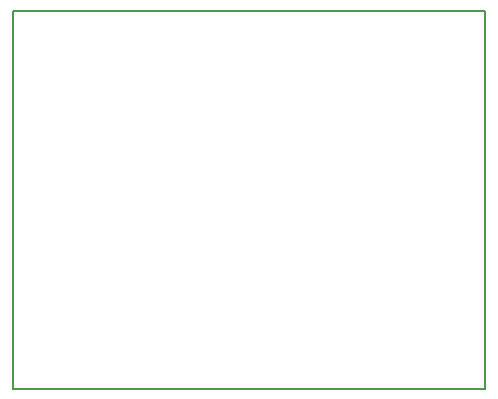
<source format=gbr>
%FSLAX46Y46*%
G04 Gerber Fmt 4.6, Leading zero omitted, Abs format (unit mm)*
G04 Created by KiCad (PCBNEW (2014-08-31 BZR 5107)-product) date tor 20 aug 2015 12:53:14*
%MOMM*%
G01*
G04 APERTURE LIST*
%ADD10C,0.100000*%
%ADD11C,0.150000*%
G04 APERTURE END LIST*
D10*
D11*
X112000000Y-103000000D02*
X112000000Y-71000000D01*
X152000000Y-103000000D02*
X112000000Y-103000000D01*
X152000000Y-71000000D02*
X152000000Y-103000000D01*
X112000000Y-71000000D02*
X152000000Y-71000000D01*
M02*

</source>
